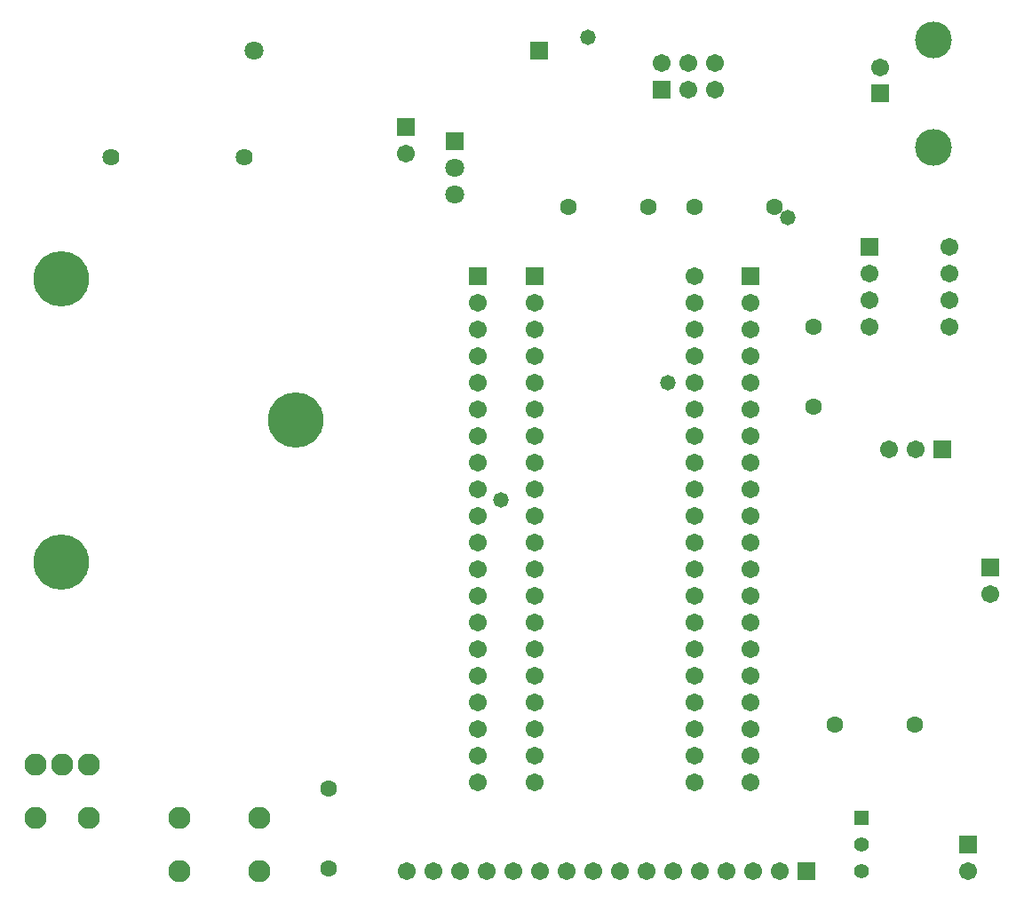
<source format=gts>
%FSLAX25Y25*%
%MOIN*%
G70*
G01*
G75*
G04 Layer_Color=8388736*
%ADD10C,0.01000*%
%ADD11R,0.05906X0.05906*%
%ADD12C,0.05906*%
%ADD13C,0.07500*%
%ADD14C,0.12992*%
%ADD15C,0.04724*%
%ADD16R,0.04724X0.04724*%
%ADD17C,0.05512*%
%ADD18R,0.05906X0.05906*%
%ADD19C,0.20000*%
%ADD20C,0.05600*%
%ADD21C,0.06299*%
%ADD22R,0.06299X0.06299*%
%ADD23C,0.06299*%
%ADD24R,0.06299X0.06299*%
%ADD25C,0.05000*%
%ADD26C,0.00098*%
%ADD27C,0.00984*%
%ADD28C,0.02362*%
%ADD29C,0.00787*%
%ADD30C,0.00098*%
%ADD31C,0.00800*%
%ADD32C,0.00591*%
%ADD33R,0.06706X0.06706*%
%ADD34C,0.06706*%
%ADD35C,0.08300*%
%ADD36C,0.13792*%
%ADD37C,0.05524*%
%ADD38R,0.05524X0.05524*%
%ADD39C,0.06312*%
%ADD40R,0.06706X0.06706*%
%ADD41C,0.20800*%
%ADD42C,0.06400*%
%ADD43C,0.07099*%
%ADD44R,0.07099X0.07099*%
%ADD45C,0.07099*%
%ADD46R,0.07099X0.07099*%
%ADD47C,0.05800*%
D33*
X455500Y273500D02*
D03*
X432000Y407000D02*
D03*
X404500Y115000D02*
D03*
X302500Y338500D02*
D03*
X428000Y349500D02*
D03*
X350000Y408500D02*
D03*
D34*
X445500Y273500D02*
D03*
X435500D02*
D03*
X432000Y416843D02*
D03*
X465000Y115000D02*
D03*
X254500D02*
D03*
X264500D02*
D03*
X274500D02*
D03*
X284500D02*
D03*
X294500D02*
D03*
X304500D02*
D03*
X314500D02*
D03*
X324500D02*
D03*
X334500D02*
D03*
X344500D02*
D03*
X354500D02*
D03*
X364500D02*
D03*
X374500D02*
D03*
X384500D02*
D03*
X394500D02*
D03*
X473500Y219000D02*
D03*
X362500Y148500D02*
D03*
Y158500D02*
D03*
Y168500D02*
D03*
Y178500D02*
D03*
Y188500D02*
D03*
Y198500D02*
D03*
Y208500D02*
D03*
Y218500D02*
D03*
Y228500D02*
D03*
Y238500D02*
D03*
Y248500D02*
D03*
Y258500D02*
D03*
Y268500D02*
D03*
Y278500D02*
D03*
Y288500D02*
D03*
Y298500D02*
D03*
Y308500D02*
D03*
Y318500D02*
D03*
Y328500D02*
D03*
Y338500D02*
D03*
X302500Y148500D02*
D03*
Y158500D02*
D03*
Y168500D02*
D03*
Y178500D02*
D03*
Y188500D02*
D03*
Y198500D02*
D03*
Y208500D02*
D03*
Y218500D02*
D03*
Y228500D02*
D03*
Y238500D02*
D03*
Y248500D02*
D03*
Y258500D02*
D03*
Y268500D02*
D03*
Y278500D02*
D03*
Y288500D02*
D03*
Y298500D02*
D03*
Y308500D02*
D03*
Y318500D02*
D03*
Y328500D02*
D03*
X281000Y148500D02*
D03*
Y158500D02*
D03*
Y168500D02*
D03*
Y178500D02*
D03*
Y188500D02*
D03*
Y198500D02*
D03*
Y208500D02*
D03*
Y218500D02*
D03*
Y228500D02*
D03*
Y238500D02*
D03*
Y248500D02*
D03*
Y258500D02*
D03*
Y268500D02*
D03*
Y278500D02*
D03*
Y288500D02*
D03*
Y298500D02*
D03*
Y308500D02*
D03*
Y318500D02*
D03*
Y328500D02*
D03*
X383500Y148500D02*
D03*
Y158500D02*
D03*
Y168500D02*
D03*
Y178500D02*
D03*
Y188500D02*
D03*
Y198500D02*
D03*
Y208500D02*
D03*
Y218500D02*
D03*
Y228500D02*
D03*
Y238500D02*
D03*
Y248500D02*
D03*
Y258500D02*
D03*
Y268500D02*
D03*
Y278500D02*
D03*
Y288500D02*
D03*
Y298500D02*
D03*
Y308500D02*
D03*
Y318500D02*
D03*
Y328500D02*
D03*
X458000Y319500D02*
D03*
Y329500D02*
D03*
Y339500D02*
D03*
Y349500D02*
D03*
X428000Y319500D02*
D03*
Y329500D02*
D03*
Y339500D02*
D03*
X254000Y384500D02*
D03*
X370000Y418500D02*
D03*
Y408500D02*
D03*
X360000Y418500D02*
D03*
Y408500D02*
D03*
X350000Y418500D02*
D03*
D35*
X199000Y135000D02*
D03*
X169000D02*
D03*
X199000Y115000D02*
D03*
X169000D02*
D03*
X135000Y135000D02*
D03*
X115000D02*
D03*
X135000Y155000D02*
D03*
X115000D02*
D03*
X125000D02*
D03*
D36*
X452079Y427079D02*
D03*
Y386921D02*
D03*
D37*
X425000Y115000D02*
D03*
Y125000D02*
D03*
D38*
Y135000D02*
D03*
D39*
X315000Y364500D02*
D03*
X345000D02*
D03*
X362500D02*
D03*
X392500D02*
D03*
X415000Y170000D02*
D03*
X445000D02*
D03*
X407000Y319500D02*
D03*
Y289500D02*
D03*
X225000Y116000D02*
D03*
Y146000D02*
D03*
D40*
X465000Y125000D02*
D03*
X473500Y229000D02*
D03*
X281000Y338500D02*
D03*
X383500D02*
D03*
X254000Y394500D02*
D03*
D41*
X212800Y284300D02*
D03*
X124800Y231200D02*
D03*
Y337400D02*
D03*
D42*
X143500Y383000D02*
D03*
X193500D02*
D03*
D43*
X272500Y369000D02*
D03*
Y379000D02*
D03*
D44*
Y389000D02*
D03*
D45*
X197035Y423000D02*
D03*
D46*
X303965D02*
D03*
D47*
X352300Y298500D02*
D03*
X397200Y360300D02*
D03*
X289600Y254500D02*
D03*
X322300Y428100D02*
D03*
M02*

</source>
